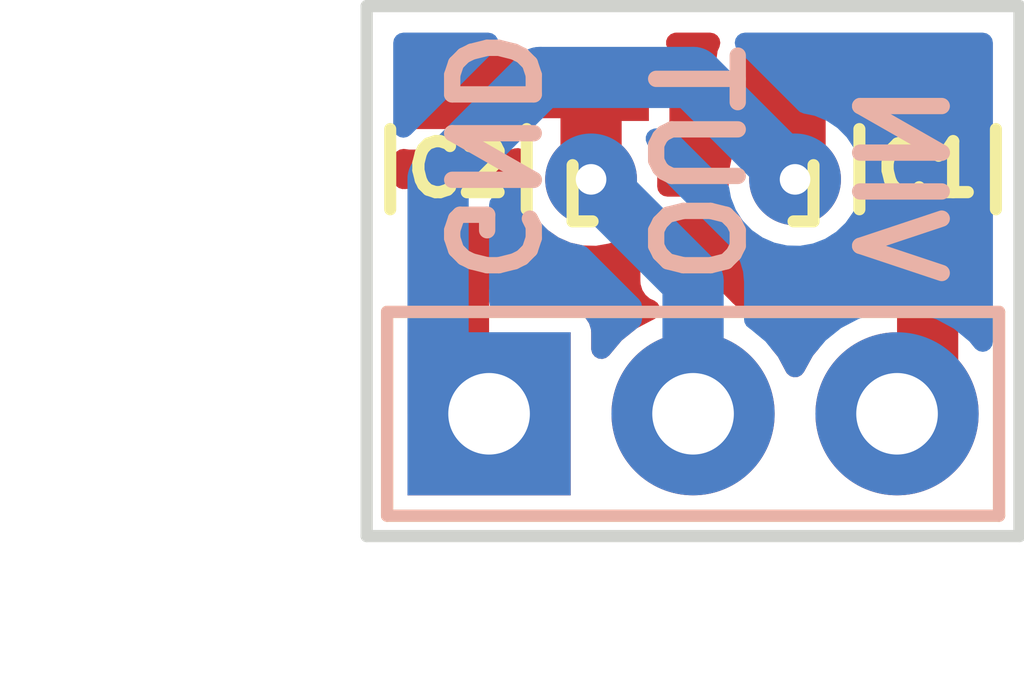
<source format=kicad_pcb>
(kicad_pcb (version 4) (host pcbnew 4.0.2-stable)

  (general
    (links 7)
    (no_connects 0)
    (area 36.901 39.3179 51.5157 50.755333)
    (thickness 1.6)
    (drawings 9)
    (tracks 21)
    (zones 0)
    (modules 4)
    (nets 4)
  )

  (page User 101.6 101.6)
  (title_block
    (title "XC6206 Breakout")
    (date 2016-05-31)
    (rev 1)
  )

  (layers
    (0 F.Cu mixed)
    (31 B.Cu mixed)
    (35 F.Paste user hide)
    (36 B.SilkS user)
    (37 F.SilkS user)
    (38 B.Mask user hide)
    (39 F.Mask user hide)
    (40 Dwgs.User user)
    (44 Edge.Cuts user)
  )

  (setup
    (last_trace_width 0.762)
    (trace_clearance 0.254)
    (zone_clearance 0.508)
    (zone_45_only no)
    (trace_min 0.1524)
    (segment_width 0.1524)
    (edge_width 0.1524)
    (via_size 1.143)
    (via_drill 0.381)
    (via_min_size 0.6858)
    (via_min_drill 0.3302)
    (uvia_size 1.143)
    (uvia_drill 0.381)
    (uvias_allowed no)
    (uvia_min_size 0.6858)
    (uvia_min_drill 0.3302)
    (pcb_text_width 0.1524)
    (pcb_text_size 0.635 0.635)
    (mod_edge_width 0.1524)
    (mod_text_size 0.635 0.635)
    (mod_text_width 0.1524)
    (pad_size 1.524 1.524)
    (pad_drill 0.762)
    (pad_to_mask_clearance 0)
    (pad_to_paste_clearance -0.0762)
    (aux_axis_origin 41.656 40.513)
    (grid_origin 41.656 40.513)
    (visible_elements FFFEFF7F)
    (pcbplotparams
      (layerselection 0x010f8_80000001)
      (usegerberextensions true)
      (excludeedgelayer true)
      (linewidth 0.203200)
      (plotframeref false)
      (viasonmask false)
      (mode 1)
      (useauxorigin false)
      (hpglpennumber 1)
      (hpglpenspeed 20)
      (hpglpendiameter 15)
      (hpglpenoverlay 2)
      (psnegative false)
      (psa4output false)
      (plotreference true)
      (plotvalue true)
      (plotinvisibletext false)
      (padsonsilk false)
      (subtractmaskfromsilk false)
      (outputformat 1)
      (mirror false)
      (drillshape 0)
      (scaleselection 1)
      (outputdirectory gerber/))
  )

  (net 0 "")
  (net 1 GND)
  (net 2 VCC)
  (net 3 VDD)

  (net_class Default "This is the default net class."
    (clearance 0.254)
    (trace_width 0.762)
    (via_dia 1.143)
    (via_drill 0.381)
    (uvia_dia 1.143)
    (uvia_drill 0.381)
    (add_net GND)
    (add_net VCC)
    (add_net VDD)
  )

  (module my_footprints:Pin_Header_Simple_1x03 (layer F.Cu) (tedit 575BB302) (tstamp 5748BD94)
    (at 43.18 45.593 90)
    (descr "Through hole pin header")
    (tags "pin header")
    (path /5747FACF)
    (fp_text reference P1 (at 0 -5.1 90) (layer F.SilkS) hide
      (effects (font (size 1 1) (thickness 0.15)))
    )
    (fp_text value CONN_01X03 (at 0 -3.1 90) (layer F.Fab)
      (effects (font (size 1 1) (thickness 0.15)))
    )
    (fp_line (start -1.397 6.477) (end -1.397 -1.397) (layer F.CrtYd) (width 0.0508))
    (fp_line (start -1.397 -1.397) (end 1.397 -1.397) (layer F.CrtYd) (width 0.0508))
    (fp_line (start 1.397 -1.397) (end 1.397 6.477) (layer F.CrtYd) (width 0.0508))
    (fp_line (start 1.397 6.477) (end -1.397 6.477) (layer F.CrtYd) (width 0.0508))
    (fp_line (start 1.27 -1.27) (end 1.27 6.35) (layer F.SilkS) (width 0.1524))
    (fp_line (start -1.27 -1.27) (end -1.27 6.35) (layer F.SilkS) (width 0.1524))
    (fp_line (start -1.27 6.35) (end 1.27 6.35) (layer F.SilkS) (width 0.1524))
    (fp_line (start 1.27 -1.27) (end -1.27 -1.27) (layer F.SilkS) (width 0.1524))
    (fp_line (start -1.397 6.477) (end -1.397 -1.397) (layer B.CrtYd) (width 0.0508))
    (fp_line (start -1.397 -1.397) (end 1.397 -1.397) (layer B.CrtYd) (width 0.0508))
    (fp_line (start 1.397 -1.397) (end 1.397 6.477) (layer B.CrtYd) (width 0.0508))
    (fp_line (start 1.397 6.477) (end -1.397 6.477) (layer B.CrtYd) (width 0.0508))
    (fp_line (start 1.27 -1.27) (end 1.27 6.35) (layer B.SilkS) (width 0.1524))
    (fp_line (start -1.27 -1.27) (end -1.27 6.35) (layer B.SilkS) (width 0.1524))
    (fp_line (start -1.27 6.35) (end 1.27 6.35) (layer B.SilkS) (width 0.1524))
    (fp_line (start 1.27 -1.27) (end -1.27 -1.27) (layer B.SilkS) (width 0.1524))
    (pad 1 thru_hole rect (at 0 0 90) (size 2.032 2.032) (drill 1.016) (layers *.Cu *.Mask)
      (net 1 GND))
    (pad 2 thru_hole oval (at 0 2.54 90) (size 2.032 2.032) (drill 1.016) (layers *.Cu *.Mask)
      (net 2 VCC))
    (pad 3 thru_hole oval (at 0 5.08 90) (size 2.032 2.032) (drill 1.016) (layers *.Cu *.Mask)
      (net 3 VDD))
    (model Pin_Headers.3dshapes/Pin_Header_Straight_1x03.wrl
      (at (xyz 0 -0.1 0))
      (scale (xyz 1 1 1))
      (rotate (xyz 0 0 90))
    )
  )

  (module TO_SOT_Packages_SMD:SOT-23 (layer F.Cu) (tedit 575D1552) (tstamp 5748CB10)
    (at 45.72 42.545 180)
    (descr "SOT-23, Standard")
    (tags SOT-23)
    (path /5748C811)
    (attr smd)
    (fp_text reference U1 (at 0 0 180) (layer F.SilkS) hide
      (effects (font (size 0.635 0.635) (thickness 0.1524)))
    )
    (fp_text value XC6206 (at 0 2.3 180) (layer F.Fab)
      (effects (font (size 0.635 0.635) (thickness 0.1524)))
    )
    (fp_line (start -1.65 -1.6) (end 1.65 -1.6) (layer F.CrtYd) (width 0.05))
    (fp_line (start 1.65 -1.6) (end 1.65 1.6) (layer F.CrtYd) (width 0.05))
    (fp_line (start 1.65 1.6) (end -1.65 1.6) (layer F.CrtYd) (width 0.05))
    (fp_line (start -1.65 1.6) (end -1.65 -1.6) (layer F.CrtYd) (width 0.05))
    (fp_line (start 1.29916 -0.65024) (end 1.2509 -0.65024) (layer F.SilkS) (width 0.15))
    (fp_line (start -1.49982 0.0508) (end -1.49982 -0.65024) (layer F.SilkS) (width 0.15))
    (fp_line (start -1.49982 -0.65024) (end -1.2509 -0.65024) (layer F.SilkS) (width 0.15))
    (fp_line (start 1.29916 -0.65024) (end 1.49982 -0.65024) (layer F.SilkS) (width 0.15))
    (fp_line (start 1.49982 -0.65024) (end 1.49982 0.0508) (layer F.SilkS) (width 0.15))
    (pad 1 smd rect (at -0.95 1.00076 180) (size 0.8001 0.8001) (layers F.Cu F.Paste F.Mask)
      (net 1 GND))
    (pad 2 smd rect (at 0.95 1.00076 180) (size 0.8001 0.8001) (layers F.Cu F.Paste F.Mask)
      (net 2 VCC))
    (pad 3 smd rect (at 0 -0.99822 180) (size 0.8001 0.8001) (layers F.Cu F.Paste F.Mask)
      (net 3 VDD))
    (model TO_SOT_Packages_SMD.3dshapes/SOT-23.wrl
      (at (xyz 0 0 0))
      (scale (xyz 1 1 1))
      (rotate (xyz 0 0 0))
    )
  )

  (module Capacitors_SMD:C_0805 (layer F.Cu) (tedit 575D15A1) (tstamp 5748CDC1)
    (at 48.641 42.545 90)
    (descr "Capacitor SMD 0805, reflow soldering, AVX (see smccp.pdf)")
    (tags "capacitor 0805")
    (path /5748C97E)
    (attr smd)
    (fp_text reference C1 (at 0 0 180) (layer F.SilkS)
      (effects (font (size 0.635 0.635) (thickness 0.1524)))
    )
    (fp_text value 1uF (at 0 2.1 90) (layer F.Fab)
      (effects (font (size 0.635 0.635) (thickness 0.1524)))
    )
    (fp_line (start -1.8 -1) (end 1.8 -1) (layer F.CrtYd) (width 0.05))
    (fp_line (start -1.8 1) (end 1.8 1) (layer F.CrtYd) (width 0.05))
    (fp_line (start -1.8 -1) (end -1.8 1) (layer F.CrtYd) (width 0.05))
    (fp_line (start 1.8 -1) (end 1.8 1) (layer F.CrtYd) (width 0.05))
    (fp_line (start 0.5 -0.85) (end -0.5 -0.85) (layer F.SilkS) (width 0.15))
    (fp_line (start -0.5 0.85) (end 0.5 0.85) (layer F.SilkS) (width 0.15))
    (pad 1 smd rect (at -1 0 90) (size 1 1.25) (layers F.Cu F.Paste F.Mask)
      (net 3 VDD))
    (pad 2 smd rect (at 1 0 90) (size 1 1.25) (layers F.Cu F.Paste F.Mask)
      (net 1 GND))
    (model Capacitors_SMD.3dshapes/C_0805.wrl
      (at (xyz 0 0 0))
      (scale (xyz 1 1 1))
      (rotate (xyz 0 0 0))
    )
  )

  (module Capacitors_SMD:C_0805 (layer F.Cu) (tedit 575D159E) (tstamp 5748CDC7)
    (at 42.799 42.545 270)
    (descr "Capacitor SMD 0805, reflow soldering, AVX (see smccp.pdf)")
    (tags "capacitor 0805")
    (path /5748C9E5)
    (attr smd)
    (fp_text reference C2 (at 0 0 360) (layer F.SilkS)
      (effects (font (size 0.635 0.635) (thickness 0.1524)))
    )
    (fp_text value 1uF (at 0 2.1 270) (layer F.Fab)
      (effects (font (size 0.635 0.635) (thickness 0.1524)))
    )
    (fp_line (start -1.8 -1) (end 1.8 -1) (layer F.CrtYd) (width 0.05))
    (fp_line (start -1.8 1) (end 1.8 1) (layer F.CrtYd) (width 0.05))
    (fp_line (start -1.8 -1) (end -1.8 1) (layer F.CrtYd) (width 0.05))
    (fp_line (start 1.8 -1) (end 1.8 1) (layer F.CrtYd) (width 0.05))
    (fp_line (start 0.5 -0.85) (end -0.5 -0.85) (layer F.SilkS) (width 0.15))
    (fp_line (start -0.5 0.85) (end 0.5 0.85) (layer F.SilkS) (width 0.15))
    (pad 1 smd rect (at -1 0 270) (size 1 1.25) (layers F.Cu F.Paste F.Mask)
      (net 2 VCC))
    (pad 2 smd rect (at 1 0 270) (size 1 1.25) (layers F.Cu F.Paste F.Mask)
      (net 1 GND))
    (model Capacitors_SMD.3dshapes/C_0805.wrl
      (at (xyz 0 0 0))
      (scale (xyz 1 1 1))
      (rotate (xyz 0 0 0))
    )
  )

  (dimension 6.604 (width 0.1524) (layer Dwgs.User)
    (gr_text "0.26 in" (at 39.7637 43.815 270) (layer Dwgs.User)
      (effects (font (size 0.635 0.635) (thickness 0.1524)))
    )
    (feature1 (pts (xy 41.656 47.117) (xy 39.1414 47.117)))
    (feature2 (pts (xy 41.656 40.513) (xy 39.1414 40.513)))
    (crossbar (pts (xy 40.386 40.513) (xy 40.386 47.117)))
    (arrow1a (pts (xy 40.386 47.117) (xy 39.799579 45.990496)))
    (arrow1b (pts (xy 40.386 47.117) (xy 40.972421 45.990496)))
    (arrow2a (pts (xy 40.386 40.513) (xy 39.799579 41.639504)))
    (arrow2b (pts (xy 40.386 40.513) (xy 40.972421 41.639504)))
  )
  (dimension 8.128 (width 0.1524) (layer Dwgs.User)
    (gr_text "0.32 in" (at 45.72 49.0093) (layer Dwgs.User)
      (effects (font (size 0.635 0.635) (thickness 0.1524)))
    )
    (feature1 (pts (xy 49.784 47.117) (xy 49.784 49.6316)))
    (feature2 (pts (xy 41.656 47.117) (xy 41.656 49.6316)))
    (crossbar (pts (xy 41.656 48.387) (xy 49.784 48.387)))
    (arrow1a (pts (xy 49.784 48.387) (xy 48.657496 48.973421)))
    (arrow1b (pts (xy 49.784 48.387) (xy 48.657496 47.800579)))
    (arrow2a (pts (xy 41.656 48.387) (xy 42.782504 48.973421)))
    (arrow2b (pts (xy 41.656 48.387) (xy 42.782504 47.800579)))
  )
  (gr_text OUT (at 45.72 44.069 270) (layer B.SilkS)
    (effects (font (size 1.016 1.016) (thickness 0.2032)) (justify left mirror))
  )
  (gr_text GND (at 43.18 44.069 270) (layer B.SilkS)
    (effects (font (size 1.016 1.016) (thickness 0.2032)) (justify left mirror))
  )
  (gr_text VIN (at 48.26 44.069 270) (layer B.SilkS)
    (effects (font (size 1.016 1.016) (thickness 0.2032)) (justify left mirror))
  )
  (gr_line (start 49.784 40.513) (end 49.784 47.117) (angle 90) (layer Edge.Cuts) (width 0.1524))
  (gr_line (start 41.656 40.513) (end 41.656 47.117) (angle 90) (layer Edge.Cuts) (width 0.1524))
  (gr_line (start 49.784 47.117) (end 41.656 47.117) (angle 90) (layer Edge.Cuts) (width 0.1524))
  (gr_line (start 41.656 40.513) (end 49.784 40.513) (angle 90) (layer Edge.Cuts) (width 0.1524))

  (segment (start 46.99 41.529) (end 46.736 41.529) (width 0.762) (layer F.Cu) (net 1) (status 30))
  (segment (start 43.815 41.402) (end 42.545 42.672) (width 0.762) (layer B.Cu) (net 1))
  (segment (start 46.99 41.529) (end 46.99 42.672) (width 0.762) (layer F.Cu) (net 1) (status 10))
  (segment (start 42.545 42.672) (end 42.545 45.593) (width 0.762) (layer B.Cu) (net 1) (tstamp 5755A495) (status 20))
  (segment (start 45.72 41.402) (end 43.815 41.402) (width 0.762) (layer B.Cu) (net 1) (tstamp 5755A0AF))
  (segment (start 46.99 42.672) (end 45.72 41.402) (width 0.762) (layer B.Cu) (net 1) (tstamp 5755A0AE))
  (via (at 46.99 42.672) (size 1.143) (drill 0.381) (layers F.Cu B.Cu) (net 1))
  (segment (start 42.799 45.593) (end 42.799 43.561) (width 0.762) (layer F.Cu) (net 1) (status 30))
  (segment (start 46.99 41.529) (end 48.641 41.529) (width 0.762) (layer F.Cu) (net 1) (tstamp 5755A02B) (status 30))
  (segment (start 44.45 41.529) (end 44.704 41.529) (width 0.762) (layer F.Cu) (net 2) (status 30))
  (segment (start 44.45 41.529) (end 44.45 42.672) (width 0.762) (layer F.Cu) (net 2) (status 10))
  (segment (start 45.72 43.942) (end 45.72 45.593) (width 0.762) (layer B.Cu) (net 2) (tstamp 5755A119) (status 20))
  (segment (start 44.45 42.672) (end 45.72 43.942) (width 0.762) (layer B.Cu) (net 2) (tstamp 5755A118))
  (via (at 44.45 42.672) (size 1.143) (drill 0.381) (layers F.Cu B.Cu) (net 2))
  (segment (start 42.799 41.529) (end 44.45 41.529) (width 0.762) (layer F.Cu) (net 2) (status 30))
  (segment (start 48.641 43.434) (end 48.006 43.434) (width 0.762) (layer F.Cu) (net 3) (status 10))
  (segment (start 47.498 43.942) (end 48.006 43.434) (width 0.762) (layer F.Cu) (net 3))
  (segment (start 46.482 43.942) (end 46.101 43.561) (width 0.762) (layer F.Cu) (net 3) (tstamp 5755A312) (status 20))
  (segment (start 46.482 43.942) (end 47.498 43.942) (width 0.762) (layer F.Cu) (net 3) (tstamp 5755A226))
  (segment (start 48.641 45.593) (end 48.641 43.434) (width 0.762) (layer F.Cu) (net 3) (tstamp 575A6C93) (status 30))
  (segment (start 45.72 43.561) (end 46.101 43.561) (width 0.762) (layer F.Cu) (net 3) (status 30))

  (zone (net 0) (net_name "") (layer B.Cu) (tstamp 5748D015) (hatch edge 0.508)
    (connect_pads (clearance 0.254))
    (min_thickness 0.254)
    (fill yes (arc_segments 32) (thermal_gap 0.254) (thermal_bridge_width 0.381))
    (polygon
      (pts
        (xy 41.656 40.513) (xy 49.784 40.513) (xy 49.784 45.593) (xy 41.656 45.593)
      )
    )
    (filled_polygon
      (pts
        (xy 49.3268 44.694476) (xy 49.25127 44.601867) (xy 49.041192 44.428076) (xy 48.801359 44.298398) (xy 48.540906 44.217774)
        (xy 48.269753 44.189275) (xy 47.998228 44.213986) (xy 47.736675 44.290965) (xy 47.495054 44.417281) (xy 47.28257 44.588123)
        (xy 47.107316 44.796982) (xy 46.989216 45.011805) (xy 46.883591 44.813153) (xy 46.71127 44.601867) (xy 46.501192 44.428076)
        (xy 46.482 44.417699) (xy 46.482 43.942) (xy 46.475126 43.871891) (xy 46.468996 43.801829) (xy 46.46788 43.797986)
        (xy 46.467488 43.793993) (xy 46.447126 43.726552) (xy 46.427506 43.659018) (xy 46.425663 43.655462) (xy 46.424504 43.651624)
        (xy 46.391455 43.589467) (xy 46.359067 43.526985) (xy 46.356566 43.523853) (xy 46.354686 43.520316) (xy 46.310217 43.465791)
        (xy 46.266286 43.41076) (xy 46.260784 43.405181) (xy 46.260693 43.405069) (xy 46.260589 43.404983) (xy 46.258815 43.403184)
        (xy 45.394716 42.539086) (xy 45.366259 42.395365) (xy 45.295077 42.222665) (xy 45.2561 42.164) (xy 45.40437 42.164)
        (xy 46.046092 42.805722) (xy 46.069968 42.935815) (xy 46.138732 43.109493) (xy 46.23992 43.266506) (xy 46.369679 43.400875)
        (xy 46.523065 43.507482) (xy 46.694237 43.582265) (xy 46.876674 43.622376) (xy 47.063428 43.626288) (xy 47.247386 43.593852)
        (xy 47.421539 43.526302) (xy 47.579255 43.426212) (xy 47.714527 43.297395) (xy 47.822201 43.144756) (xy 47.898178 42.974111)
        (xy 47.939562 42.791958) (xy 47.942541 42.578603) (xy 47.906259 42.395365) (xy 47.835077 42.222665) (xy 47.731706 42.067079)
        (xy 47.600084 41.934535) (xy 47.445224 41.83008) (xy 47.273025 41.757694) (xy 47.122408 41.726777) (xy 46.36583 40.9702)
        (xy 49.3268 40.9702)
      )
    )
    (filled_polygon
      (pts
        (xy 43.529968 42.935815) (xy 43.598732 43.109493) (xy 43.69992 43.266506) (xy 43.829679 43.400875) (xy 43.983065 43.507482)
        (xy 44.154237 43.582265) (xy 44.31882 43.618451) (xy 44.958 44.257631) (xy 44.958 44.415741) (xy 44.955054 44.417281)
        (xy 44.74257 44.588123) (xy 44.578843 44.783245) (xy 44.578843 44.577) (xy 44.574005 44.516327) (xy 44.542136 44.41342)
        (xy 44.48286 44.323465) (xy 44.40087 44.253585) (xy 44.302658 44.209314) (xy 44.196 44.194157) (xy 43.307 44.194157)
        (xy 43.307 42.98763) (xy 43.503427 42.791203)
      )
    )
    (filled_polygon
      (pts
        (xy 42.1132 42.02617) (xy 42.1132 40.9702) (xy 43.169169 40.9702)
      )
    )
  )
  (zone (net 0) (net_name "") (layer F.Cu) (tstamp 5748D015) (hatch edge 0.508)
    (connect_pads (clearance 0.254))
    (min_thickness 0.254)
    (fill yes (arc_segments 32) (thermal_gap 0.254) (thermal_bridge_width 0.381))
    (polygon
      (pts
        (xy 41.656 40.513) (xy 49.784 40.513) (xy 49.784 45.593) (xy 41.656 45.593)
      )
    )
    (filled_polygon
      (pts
        (xy 47.107316 44.796982) (xy 46.989216 45.011805) (xy 46.883591 44.813153) (xy 46.794568 44.704) (xy 47.185337 44.704)
      )
    )
    (filled_polygon
      (pts
        (xy 43.829679 43.400875) (xy 43.983065 43.507482) (xy 44.154237 43.582265) (xy 44.336674 43.622376) (xy 44.523428 43.626288)
        (xy 44.707386 43.593852) (xy 44.881539 43.526302) (xy 44.937107 43.491037) (xy 44.937107 43.94327) (xy 44.941945 44.003943)
        (xy 44.973814 44.10685) (xy 45.03309 44.196805) (xy 45.11508 44.266685) (xy 45.183835 44.297678) (xy 44.955054 44.417281)
        (xy 44.74257 44.588123) (xy 44.578843 44.783245) (xy 44.578843 44.577) (xy 44.574005 44.516327) (xy 44.542136 44.41342)
        (xy 44.48286 44.323465) (xy 44.40087 44.253585) (xy 44.302658 44.209314) (xy 44.196 44.194157) (xy 43.772529 44.194157)
        (xy 43.791686 44.151658) (xy 43.806843 44.045) (xy 43.806843 43.377228)
      )
    )
    (filled_polygon
      (pts
        (xy 45.902264 41.037532) (xy 45.887107 41.14419) (xy 45.887107 41.94429) (xy 45.891945 42.004963) (xy 45.923814 42.10787)
        (xy 45.98309 42.197825) (xy 46.06508 42.267705) (xy 46.116921 42.291073) (xy 46.077693 42.382599) (xy 46.038856 42.565312)
        (xy 46.036248 42.752089) (xy 46.03776 42.760327) (xy 45.400004 42.760327) (xy 45.402541 42.578603) (xy 45.366259 42.395365)
        (xy 45.324209 42.293344) (xy 45.33363 42.290426) (xy 45.423585 42.23115) (xy 45.493465 42.14916) (xy 45.537736 42.050948)
        (xy 45.552893 41.94429) (xy 45.552893 41.14419) (xy 45.548055 41.083517) (xy 45.516186 40.98061) (xy 45.509326 40.9702)
        (xy 45.932615 40.9702)
      )
    )
    (filled_polygon
      (pts
        (xy 43.498856 42.565312) (xy 43.497358 42.672582) (xy 43.424 42.662157) (xy 42.174 42.662157) (xy 42.113327 42.666995)
        (xy 42.1132 42.667034) (xy 42.1132 42.419203) (xy 42.174 42.427843) (xy 43.424 42.427843) (xy 43.484673 42.423005)
        (xy 43.532235 42.408276)
      )
    )
    (filled_polygon
      (pts
        (xy 48.016 42.427843) (xy 49.266 42.427843) (xy 49.326673 42.423005) (xy 49.3268 42.422966) (xy 49.3268 42.670797)
        (xy 49.266 42.662157) (xy 48.016 42.662157) (xy 47.955327 42.666995) (xy 47.941246 42.671356) (xy 47.942541 42.578603)
        (xy 47.909699 42.412737)
      )
    )
  )
)

</source>
